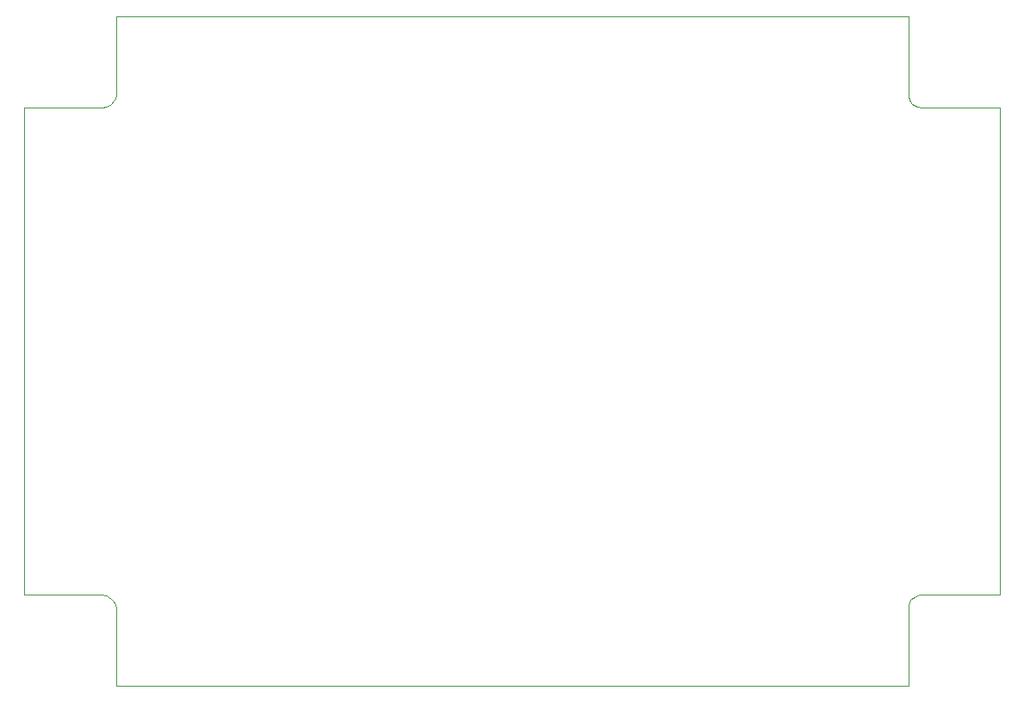
<source format=gbr>
G04 #@! TF.GenerationSoftware,KiCad,Pcbnew,(5.0.2)-1*
G04 #@! TF.CreationDate,2019-08-17T15:57:10+01:00*
G04 #@! TF.ProjectId,SoliCamb Rev 4 PCB,536f6c69-4361-46d6-9220-526576203420,rev?*
G04 #@! TF.SameCoordinates,Original*
G04 #@! TF.FileFunction,Profile,NP*
%FSLAX46Y46*%
G04 Gerber Fmt 4.6, Leading zero omitted, Abs format (unit mm)*
G04 Created by KiCad (PCBNEW (5.0.2)-1) date 8/17/2019 3:57:10 PM*
%MOMM*%
%LPD*%
G01*
G04 APERTURE LIST*
%ADD10C,0.010000*%
G04 APERTURE END LIST*
D10*
X71500000Y-80200000D02*
X71500000Y-73000000D01*
X71500000Y-80700000D02*
X71500000Y-80200000D01*
X71400000Y-81100000D02*
X71500000Y-80700000D01*
X71300000Y-81300000D02*
X71400000Y-81100000D01*
X71000000Y-81600000D02*
X71300000Y-81300000D01*
X70600000Y-81900000D02*
X71000000Y-81600000D01*
X70100000Y-82000000D02*
X70600000Y-81900000D01*
X62500000Y-82000000D02*
X70100000Y-82000000D01*
X62500000Y-129900000D02*
X62500000Y-82000000D01*
X70000000Y-129900000D02*
X62500000Y-129900000D01*
X70600000Y-130000000D02*
X70000000Y-129900000D01*
X70800000Y-130100000D02*
X70600000Y-130000000D01*
X71000000Y-130300000D02*
X70800000Y-130100000D01*
X71200000Y-130500000D02*
X71000000Y-130300000D01*
X71400000Y-130800000D02*
X71200000Y-130500000D01*
X71500000Y-131200000D02*
X71400000Y-130800000D01*
X71500000Y-138900000D02*
X71500000Y-131200000D01*
X149400000Y-138900000D02*
X71500000Y-138900000D01*
X149400000Y-131000000D02*
X149400000Y-138900000D01*
X149500000Y-130600000D02*
X149400000Y-131000000D01*
X149700000Y-130300000D02*
X149500000Y-130600000D01*
X150000000Y-130100000D02*
X149700000Y-130300000D01*
X150400000Y-129900000D02*
X150000000Y-130100000D01*
X158400000Y-129900000D02*
X150400000Y-129900000D01*
X158400000Y-82000000D02*
X158400000Y-129900000D01*
X151000000Y-82000000D02*
X158400000Y-82000000D01*
X150700000Y-82000000D02*
X151000000Y-82000000D01*
X150300000Y-81900000D02*
X150700000Y-82000000D01*
X150100000Y-81800000D02*
X150300000Y-81900000D01*
X149800000Y-81600000D02*
X150100000Y-81800000D01*
X149600000Y-81400000D02*
X149800000Y-81600000D01*
X149500000Y-81200000D02*
X149600000Y-81400000D01*
X149400000Y-80900000D02*
X149500000Y-81200000D01*
X149400000Y-73000000D02*
X149400000Y-80900000D01*
X71500000Y-73000000D02*
X149400000Y-73000000D01*
M02*

</source>
